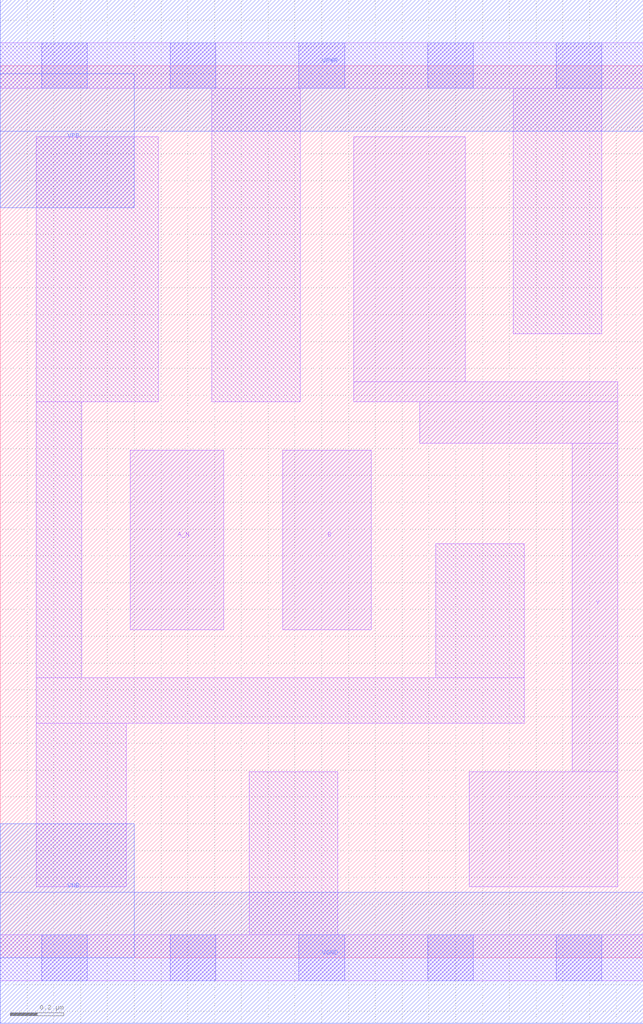
<source format=lef>
# Copyright 2020 The SkyWater PDK Authors
#
# Licensed under the Apache License, Version 2.0 (the "License");
# you may not use this file except in compliance with the License.
# You may obtain a copy of the License at
#
#     https://www.apache.org/licenses/LICENSE-2.0
#
# Unless required by applicable law or agreed to in writing, software
# distributed under the License is distributed on an "AS IS" BASIS,
# WITHOUT WARRANTIES OR CONDITIONS OF ANY KIND, either express or implied.
# See the License for the specific language governing permissions and
# limitations under the License.
#
# SPDX-License-Identifier: Apache-2.0

VERSION 5.5 ;
NAMESCASESENSITIVE ON ;
BUSBITCHARS "[]" ;
DIVIDERCHAR "/" ;
MACRO sky130_fd_sc_lp__nand2b_lp
  CLASS CORE ;
  SOURCE USER ;
  ORIGIN  0.000000  0.000000 ;
  SIZE  2.400000 BY  3.330000 ;
  SYMMETRY X Y R90 ;
  SITE unit ;
  PIN A_N
    ANTENNAGATEAREA  0.376000 ;
    DIRECTION INPUT ;
    USE SIGNAL ;
    PORT
      LAYER li1 ;
        RECT 0.485000 1.225000 0.835000 1.895000 ;
    END
  END A_N
  PIN B
    ANTENNAGATEAREA  0.313000 ;
    DIRECTION INPUT ;
    USE SIGNAL ;
    PORT
      LAYER li1 ;
        RECT 1.055000 1.225000 1.385000 1.895000 ;
    END
  END B
  PIN Y
    ANTENNADIFFAREA  0.399700 ;
    DIRECTION OUTPUT ;
    USE SIGNAL ;
    PORT
      LAYER li1 ;
        RECT 1.320000 2.075000 2.305000 2.150000 ;
        RECT 1.320000 2.150000 1.735000 3.065000 ;
        RECT 1.565000 1.920000 2.305000 2.075000 ;
        RECT 1.750000 0.265000 2.305000 0.695000 ;
        RECT 2.135000 0.695000 2.305000 1.920000 ;
    END
  END Y
  PIN VGND
    DIRECTION INOUT ;
    USE GROUND ;
    PORT
      LAYER met1 ;
        RECT 0.000000 -0.245000 2.400000 0.245000 ;
    END
  END VGND
  PIN VNB
    DIRECTION INOUT ;
    USE GROUND ;
    PORT
      LAYER met1 ;
        RECT 0.000000 0.000000 0.500000 0.500000 ;
    END
  END VNB
  PIN VPB
    DIRECTION INOUT ;
    USE POWER ;
    PORT
      LAYER met1 ;
        RECT 0.000000 2.800000 0.500000 3.300000 ;
    END
  END VPB
  PIN VPWR
    DIRECTION INOUT ;
    USE POWER ;
    PORT
      LAYER met1 ;
        RECT 0.000000 3.085000 2.400000 3.575000 ;
    END
  END VPWR
  OBS
    LAYER li1 ;
      RECT 0.000000 -0.085000 2.400000 0.085000 ;
      RECT 0.000000  3.245000 2.400000 3.415000 ;
      RECT 0.135000  0.265000 0.470000 0.875000 ;
      RECT 0.135000  0.875000 1.955000 1.045000 ;
      RECT 0.135000  1.045000 0.305000 2.075000 ;
      RECT 0.135000  2.075000 0.590000 3.065000 ;
      RECT 0.790000  2.075000 1.120000 3.245000 ;
      RECT 0.930000  0.085000 1.260000 0.695000 ;
      RECT 1.625000  1.045000 1.955000 1.545000 ;
      RECT 1.915000  2.330000 2.245000 3.245000 ;
    LAYER mcon ;
      RECT 0.155000 -0.085000 0.325000 0.085000 ;
      RECT 0.155000  3.245000 0.325000 3.415000 ;
      RECT 0.635000 -0.085000 0.805000 0.085000 ;
      RECT 0.635000  3.245000 0.805000 3.415000 ;
      RECT 1.115000 -0.085000 1.285000 0.085000 ;
      RECT 1.115000  3.245000 1.285000 3.415000 ;
      RECT 1.595000 -0.085000 1.765000 0.085000 ;
      RECT 1.595000  3.245000 1.765000 3.415000 ;
      RECT 2.075000 -0.085000 2.245000 0.085000 ;
      RECT 2.075000  3.245000 2.245000 3.415000 ;
  END
END sky130_fd_sc_lp__nand2b_lp

</source>
